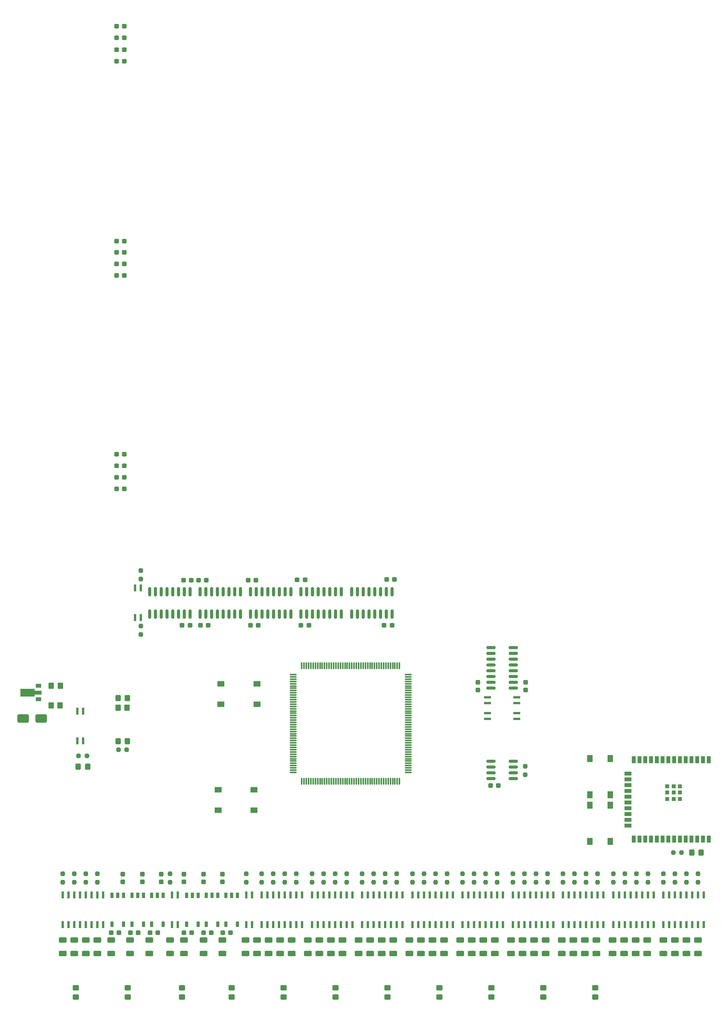
<source format=gbr>
%TF.GenerationSoftware,KiCad,Pcbnew,7.0.10*%
%TF.CreationDate,2024-02-14T22:06:42+09:00*%
%TF.ProjectId,crimping_machine,6372696d-7069-46e6-975f-6d616368696e,rev?*%
%TF.SameCoordinates,Original*%
%TF.FileFunction,Paste,Top*%
%TF.FilePolarity,Positive*%
%FSLAX46Y46*%
G04 Gerber Fmt 4.6, Leading zero omitted, Abs format (unit mm)*
G04 Created by KiCad (PCBNEW 7.0.10) date 2024-02-14 22:06:42*
%MOMM*%
%LPD*%
G01*
G04 APERTURE LIST*
G04 Aperture macros list*
%AMRoundRect*
0 Rectangle with rounded corners*
0 $1 Rounding radius*
0 $2 $3 $4 $5 $6 $7 $8 $9 X,Y pos of 4 corners*
0 Add a 4 corners polygon primitive as box body*
4,1,4,$2,$3,$4,$5,$6,$7,$8,$9,$2,$3,0*
0 Add four circle primitives for the rounded corners*
1,1,$1+$1,$2,$3*
1,1,$1+$1,$4,$5*
1,1,$1+$1,$6,$7*
1,1,$1+$1,$8,$9*
0 Add four rect primitives between the rounded corners*
20,1,$1+$1,$2,$3,$4,$5,0*
20,1,$1+$1,$4,$5,$6,$7,0*
20,1,$1+$1,$6,$7,$8,$9,0*
20,1,$1+$1,$8,$9,$2,$3,0*%
%AMFreePoly0*
4,1,9,3.862500,-0.866500,0.737500,-0.866500,0.737500,-0.450000,-0.737500,-0.450000,-0.737500,0.450000,0.737500,0.450000,0.737500,0.866500,3.862500,0.866500,3.862500,-0.866500,3.862500,-0.866500,$1*%
G04 Aperture macros list end*
%ADD10RoundRect,0.250000X-0.625000X0.312500X-0.625000X-0.312500X0.625000X-0.312500X0.625000X0.312500X0*%
%ADD11RoundRect,0.250000X0.450000X-0.325000X0.450000X0.325000X-0.450000X0.325000X-0.450000X-0.325000X0*%
%ADD12RoundRect,0.237500X-0.300000X-0.237500X0.300000X-0.237500X0.300000X0.237500X-0.300000X0.237500X0*%
%ADD13RoundRect,0.237500X0.237500X-0.250000X0.237500X0.250000X-0.237500X0.250000X-0.237500X-0.250000X0*%
%ADD14RoundRect,0.250000X0.350000X0.450000X-0.350000X0.450000X-0.350000X-0.450000X0.350000X-0.450000X0*%
%ADD15RoundRect,0.137500X0.137500X-0.662500X0.137500X0.662500X-0.137500X0.662500X-0.137500X-0.662500X0*%
%ADD16RoundRect,0.237500X0.250000X0.237500X-0.250000X0.237500X-0.250000X-0.237500X0.250000X-0.237500X0*%
%ADD17RoundRect,0.237500X0.300000X0.237500X-0.300000X0.237500X-0.300000X-0.237500X0.300000X-0.237500X0*%
%ADD18R,0.800000X1.200000*%
%ADD19RoundRect,0.250000X-0.325000X-0.450000X0.325000X-0.450000X0.325000X0.450000X-0.325000X0.450000X0*%
%ADD20RoundRect,0.250000X-0.350000X-0.450000X0.350000X-0.450000X0.350000X0.450000X-0.350000X0.450000X0*%
%ADD21RoundRect,0.137500X-0.662500X-0.137500X0.662500X-0.137500X0.662500X0.137500X-0.662500X0.137500X0*%
%ADD22RoundRect,0.237500X0.237500X-0.300000X0.237500X0.300000X-0.237500X0.300000X-0.237500X-0.300000X0*%
%ADD23RoundRect,0.237500X-0.237500X0.250000X-0.237500X-0.250000X0.237500X-0.250000X0.237500X0.250000X0*%
%ADD24R,1.300000X0.900000*%
%ADD25FreePoly0,180.000000*%
%ADD26RoundRect,0.237500X-0.237500X0.300000X-0.237500X-0.300000X0.237500X-0.300000X0.237500X0.300000X0*%
%ADD27RoundRect,0.150000X-0.825000X-0.150000X0.825000X-0.150000X0.825000X0.150000X-0.825000X0.150000X0*%
%ADD28RoundRect,0.150000X-0.150000X0.825000X-0.150000X-0.825000X0.150000X-0.825000X0.150000X0.825000X0*%
%ADD29R,0.900000X1.500000*%
%ADD30R,1.500000X0.900000*%
%ADD31R,0.900000X0.900000*%
%ADD32RoundRect,0.150000X0.150000X-0.825000X0.150000X0.825000X-0.150000X0.825000X-0.150000X-0.825000X0*%
%ADD33R,1.550000X1.300000*%
%ADD34RoundRect,0.137500X-0.137500X0.662500X-0.137500X-0.662500X0.137500X-0.662500X0.137500X0.662500X0*%
%ADD35RoundRect,0.250000X-1.000000X-0.650000X1.000000X-0.650000X1.000000X0.650000X-1.000000X0.650000X0*%
%ADD36R,1.300000X1.550000*%
%ADD37RoundRect,0.075000X-0.675000X-0.075000X0.675000X-0.075000X0.675000X0.075000X-0.675000X0.075000X0*%
%ADD38RoundRect,0.075000X-0.075000X-0.675000X0.075000X-0.675000X0.075000X0.675000X-0.075000X0.675000X0*%
%ADD39RoundRect,0.250000X0.325000X0.450000X-0.325000X0.450000X-0.325000X-0.450000X0.325000X-0.450000X0*%
%ADD40RoundRect,0.237500X-0.250000X-0.237500X0.250000X-0.237500X0.250000X0.237500X-0.250000X0.237500X0*%
G04 APERTURE END LIST*
D10*
%TO.C,R48*%
X-431800000Y-138999500D03*
X-431800000Y-141924500D03*
%TD*%
D11*
%TO.C,D2*%
X-487680000Y-151520000D03*
X-487680000Y-149470000D03*
%TD*%
D10*
%TO.C,R54*%
X-423164000Y-138999500D03*
X-423164000Y-141924500D03*
%TD*%
D12*
%TO.C,C40*%
X-487145500Y-137414000D03*
X-485420500Y-137414000D03*
%TD*%
D13*
%TO.C,R75*%
X-395376400Y-126288800D03*
X-395376400Y-124463800D03*
%TD*%
D10*
%TO.C,R80*%
X-387096000Y-138999500D03*
X-387096000Y-141924500D03*
%TD*%
D14*
%TO.C,R26*%
X-487850000Y-87950000D03*
X-489850000Y-87950000D03*
%TD*%
D15*
%TO.C,U10*%
X-436108830Y-135584000D03*
X-434838830Y-135584000D03*
X-433568830Y-135584000D03*
X-432298830Y-135584000D03*
X-431028830Y-135584000D03*
X-429758830Y-135584000D03*
X-428488830Y-135584000D03*
X-427218830Y-135584000D03*
X-427218830Y-129084000D03*
X-428488830Y-129084000D03*
X-429758830Y-129084000D03*
X-431028830Y-129084000D03*
X-432298830Y-129084000D03*
X-433568830Y-129084000D03*
X-434838830Y-129084000D03*
X-436108830Y-129084000D03*
%TD*%
D16*
%TO.C,R100*%
X-365850000Y-119800000D03*
X-367675000Y-119800000D03*
%TD*%
D17*
%TO.C,C35*%
X-458967500Y-69785000D03*
X-460692500Y-69785000D03*
%TD*%
D18*
%TO.C,U34*%
X-486811060Y-135484000D03*
X-484271060Y-135484000D03*
X-484271060Y-129184000D03*
X-485541060Y-129184000D03*
X-486811060Y-129184000D03*
%TD*%
D11*
%TO.C,D4*%
X-464820000Y-151520000D03*
X-464820000Y-149470000D03*
%TD*%
D15*
%TO.C,U31*%
X-461591240Y-135584000D03*
X-460321240Y-135584000D03*
X-460321240Y-129084000D03*
X-461591240Y-129084000D03*
%TD*%
D17*
%TO.C,C27*%
X-448691000Y-59817000D03*
X-450416000Y-59817000D03*
%TD*%
D15*
%TO.C,U11*%
X-425061360Y-135584000D03*
X-423791360Y-135584000D03*
X-422521360Y-135584000D03*
X-421251360Y-135584000D03*
X-419981360Y-135584000D03*
X-418711360Y-135584000D03*
X-417441360Y-135584000D03*
X-416171360Y-135584000D03*
X-416171360Y-129084000D03*
X-417441360Y-129084000D03*
X-418711360Y-129084000D03*
X-419981360Y-129084000D03*
X-421251360Y-129084000D03*
X-422521360Y-129084000D03*
X-423791360Y-129084000D03*
X-425061360Y-129084000D03*
%TD*%
D17*
%TO.C,C55*%
X-488475000Y7050000D03*
X-490200000Y7050000D03*
%TD*%
D13*
%TO.C,R41*%
X-442061600Y-126288800D03*
X-442061600Y-124463800D03*
%TD*%
D11*
%TO.C,D5*%
X-453390000Y-151520000D03*
X-453390000Y-149470000D03*
%TD*%
D10*
%TO.C,R46*%
X-434340000Y-138999500D03*
X-434340000Y-141924500D03*
%TD*%
D11*
%TO.C,D9*%
X-407670000Y-151520000D03*
X-407670000Y-149470000D03*
%TD*%
D19*
%TO.C,D15*%
X-489852500Y-85800000D03*
X-487802500Y-85800000D03*
%TD*%
D20*
%TO.C,R24*%
X-504550000Y-83100000D03*
X-502550000Y-83100000D03*
%TD*%
D13*
%TO.C,R53*%
X-425043600Y-126288800D03*
X-425043600Y-124463800D03*
%TD*%
D10*
%TO.C,R19*%
X-482981000Y-138999500D03*
X-482981000Y-141924500D03*
%TD*%
%TO.C,R21*%
X-466852000Y-138999500D03*
X-466852000Y-141924500D03*
%TD*%
D21*
%TO.C,U41*%
X-408583200Y-89154000D03*
X-408583200Y-90424000D03*
X-402083200Y-90424000D03*
X-402083200Y-89154000D03*
%TD*%
D10*
%TO.C,R60*%
X-414528000Y-138999500D03*
X-414528000Y-141924500D03*
%TD*%
%TO.C,R76*%
X-392176000Y-138999500D03*
X-392176000Y-141924500D03*
%TD*%
D22*
%TO.C,C24*%
X-400177000Y-84068000D03*
X-400177000Y-82343000D03*
%TD*%
D23*
%TO.C,R1*%
X-400253200Y-100816400D03*
X-400253200Y-102641400D03*
%TD*%
D24*
%TO.C,Q1*%
X-507360000Y-86110000D03*
D25*
X-507447500Y-84610000D03*
D24*
X-507360000Y-83110000D03*
%TD*%
D15*
%TO.C,U13*%
X-402966420Y-135584000D03*
X-401696420Y-135584000D03*
X-400426420Y-135584000D03*
X-399156420Y-135584000D03*
X-397886420Y-135584000D03*
X-396616420Y-135584000D03*
X-395346420Y-135584000D03*
X-394076420Y-135584000D03*
X-394076420Y-129084000D03*
X-395346420Y-129084000D03*
X-396616420Y-129084000D03*
X-397886420Y-129084000D03*
X-399156420Y-129084000D03*
X-400426420Y-129084000D03*
X-401696420Y-129084000D03*
X-402966420Y-129084000D03*
%TD*%
%TO.C,U8*%
X-458203770Y-135584000D03*
X-456933770Y-135584000D03*
X-455663770Y-135584000D03*
X-454393770Y-135584000D03*
X-453123770Y-135584000D03*
X-451853770Y-135584000D03*
X-450583770Y-135584000D03*
X-449313770Y-135584000D03*
X-449313770Y-129084000D03*
X-450583770Y-129084000D03*
X-451853770Y-129084000D03*
X-453123770Y-129084000D03*
X-454393770Y-129084000D03*
X-455663770Y-129084000D03*
X-456933770Y-129084000D03*
X-458203770Y-129084000D03*
%TD*%
D26*
%TO.C,C38*%
X-480314000Y-124513800D03*
X-480314000Y-126238800D03*
%TD*%
D13*
%TO.C,R67*%
X-406400000Y-126288800D03*
X-406400000Y-124463800D03*
%TD*%
D11*
%TO.C,D10*%
X-396240000Y-151520000D03*
X-396240000Y-149470000D03*
%TD*%
D27*
%TO.C,U4*%
X-407797000Y-99745800D03*
X-407797000Y-101015800D03*
X-407797000Y-102285800D03*
X-407797000Y-103555800D03*
X-402847000Y-103555800D03*
X-402847000Y-102285800D03*
X-402847000Y-101015800D03*
X-402847000Y-99745800D03*
%TD*%
D10*
%TO.C,R98*%
X-362204000Y-138999500D03*
X-362204000Y-141924500D03*
%TD*%
%TO.C,R12*%
X-478409000Y-138999500D03*
X-478409000Y-141924500D03*
%TD*%
D11*
%TO.C,D11*%
X-384810000Y-151520000D03*
X-384810000Y-149470000D03*
%TD*%
D13*
%TO.C,R31*%
X-455676000Y-126288800D03*
X-455676000Y-124463800D03*
%TD*%
D17*
%TO.C,C29*%
X-470016500Y-69785000D03*
X-471741500Y-69785000D03*
%TD*%
D10*
%TO.C,R66*%
X-406908000Y-138999500D03*
X-406908000Y-141924500D03*
%TD*%
D12*
%TO.C,C45*%
X-475334500Y-137414000D03*
X-473609500Y-137414000D03*
%TD*%
D10*
%TO.C,R62*%
X-411988000Y-138999500D03*
X-411988000Y-141924500D03*
%TD*%
%TO.C,R16*%
X-475361000Y-138999500D03*
X-475361000Y-141924500D03*
%TD*%
D13*
%TO.C,R15*%
X-461619600Y-126288800D03*
X-461619600Y-124463800D03*
%TD*%
D28*
%TO.C,U21*%
X-429577500Y-62422000D03*
X-430847500Y-62422000D03*
X-432117500Y-62422000D03*
X-433387500Y-62422000D03*
X-434657500Y-62422000D03*
X-435927500Y-62422000D03*
X-437197500Y-62422000D03*
X-438467500Y-62422000D03*
X-438467500Y-67372000D03*
X-437197500Y-67372000D03*
X-435927500Y-67372000D03*
X-434657500Y-67372000D03*
X-433387500Y-67372000D03*
X-432117500Y-67372000D03*
X-430847500Y-67372000D03*
X-429577500Y-67372000D03*
%TD*%
D13*
%TO.C,R93*%
X-369824000Y-126288800D03*
X-369824000Y-124463800D03*
%TD*%
D10*
%TO.C,R44*%
X-436880000Y-138999500D03*
X-436880000Y-141924500D03*
%TD*%
D18*
%TO.C,U32*%
X-491158530Y-135484000D03*
X-488618530Y-135484000D03*
X-488618530Y-129184000D03*
X-489888530Y-129184000D03*
X-491158530Y-129184000D03*
%TD*%
D10*
%TO.C,R8*%
X-502031000Y-138999500D03*
X-502031000Y-141924500D03*
%TD*%
D13*
%TO.C,R45*%
X-436118000Y-126288800D03*
X-436118000Y-124463800D03*
%TD*%
D15*
%TO.C,U15*%
X-380871480Y-135584000D03*
X-379601480Y-135584000D03*
X-378331480Y-135584000D03*
X-377061480Y-135584000D03*
X-375791480Y-135584000D03*
X-374521480Y-135584000D03*
X-373251480Y-135584000D03*
X-371981480Y-135584000D03*
X-371981480Y-129084000D03*
X-373251480Y-129084000D03*
X-374521480Y-129084000D03*
X-375791480Y-129084000D03*
X-377061480Y-129084000D03*
X-378331480Y-129084000D03*
X-379601480Y-129084000D03*
X-380871480Y-129084000D03*
%TD*%
D13*
%TO.C,R33*%
X-453136000Y-126288800D03*
X-453136000Y-124463800D03*
%TD*%
D10*
%TO.C,R20*%
X-471043000Y-138999500D03*
X-471043000Y-141924500D03*
%TD*%
%TO.C,R50*%
X-429260000Y-138999500D03*
X-429260000Y-141924500D03*
%TD*%
D13*
%TO.C,R63*%
X-411480000Y-126288800D03*
X-411480000Y-124463800D03*
%TD*%
D18*
%TO.C,U35*%
X-482463590Y-135484000D03*
X-479923590Y-135484000D03*
X-479923590Y-129184000D03*
X-481193590Y-129184000D03*
X-482463590Y-129184000D03*
%TD*%
D13*
%TO.C,R65*%
X-408940000Y-126288800D03*
X-408940000Y-124463800D03*
%TD*%
D19*
%TO.C,D14*%
X-489865000Y-95300000D03*
X-487815000Y-95300000D03*
%TD*%
D16*
%TO.C,R25*%
X-487950000Y-97150000D03*
X-489775000Y-97150000D03*
%TD*%
D17*
%TO.C,C58*%
X-488475000Y14550000D03*
X-490200000Y14550000D03*
%TD*%
D18*
%TO.C,U7*%
X-470421180Y-135484000D03*
X-467881180Y-135484000D03*
X-467881180Y-129184000D03*
X-469151180Y-129184000D03*
X-470421180Y-129184000D03*
%TD*%
D13*
%TO.C,R79*%
X-389382000Y-126288800D03*
X-389382000Y-124463800D03*
%TD*%
D26*
%TO.C,C43*%
X-471043000Y-124513800D03*
X-471043000Y-126238800D03*
%TD*%
D29*
%TO.C,U1*%
X-359860000Y-99350000D03*
X-361130000Y-99350000D03*
X-362400000Y-99350000D03*
X-363670000Y-99350000D03*
X-364940000Y-99350000D03*
X-366210000Y-99350000D03*
X-367480000Y-99350000D03*
X-368750000Y-99350000D03*
X-370020000Y-99350000D03*
X-371290000Y-99350000D03*
X-372560000Y-99350000D03*
X-373830000Y-99350000D03*
X-375100000Y-99350000D03*
X-376370000Y-99350000D03*
D30*
X-377620000Y-102390000D03*
X-377620000Y-103660000D03*
X-377620000Y-104930000D03*
X-377620000Y-106200000D03*
X-377620000Y-107470000D03*
X-377620000Y-108740000D03*
X-377620000Y-110010000D03*
X-377620000Y-111280000D03*
X-377620000Y-112550000D03*
X-377620000Y-113820000D03*
D29*
X-376370000Y-116850000D03*
X-375100000Y-116850000D03*
X-373830000Y-116850000D03*
X-372560000Y-116850000D03*
X-371290000Y-116850000D03*
X-370020000Y-116850000D03*
X-368750000Y-116850000D03*
X-367480000Y-116850000D03*
X-366210000Y-116850000D03*
X-364940000Y-116850000D03*
X-363670000Y-116850000D03*
X-362400000Y-116850000D03*
X-361130000Y-116850000D03*
X-359860000Y-116850000D03*
D31*
X-366180000Y-105200000D03*
X-367580000Y-105200000D03*
X-368980000Y-105200000D03*
X-366180000Y-106600000D03*
X-367580000Y-106600000D03*
X-368980000Y-106600000D03*
X-366180000Y-108000000D03*
X-367580000Y-108000000D03*
X-368980000Y-108000000D03*
%TD*%
D17*
%TO.C,C56*%
X-488475000Y9600000D03*
X-490200000Y9600000D03*
%TD*%
D10*
%TO.C,R17*%
X-491363000Y-138999500D03*
X-491363000Y-141924500D03*
%TD*%
D18*
%TO.C,U30*%
X-474768650Y-135484000D03*
X-472228650Y-135484000D03*
X-472228650Y-129184000D03*
X-473498650Y-129184000D03*
X-474768650Y-129184000D03*
%TD*%
D13*
%TO.C,R55*%
X-422503600Y-126288800D03*
X-422503600Y-124463800D03*
%TD*%
D26*
%TO.C,C37*%
X-484505000Y-124513800D03*
X-484505000Y-126238800D03*
%TD*%
D10*
%TO.C,R30*%
X-456692000Y-138999500D03*
X-456692000Y-141924500D03*
%TD*%
%TO.C,R82*%
X-384556000Y-138999500D03*
X-384556000Y-141924500D03*
%TD*%
D32*
%TO.C,U18*%
X-471805000Y-67372000D03*
X-470535000Y-67372000D03*
X-469265000Y-67372000D03*
X-467995000Y-67372000D03*
X-466725000Y-67372000D03*
X-465455000Y-67372000D03*
X-464185000Y-67372000D03*
X-462915000Y-67372000D03*
X-462915000Y-62422000D03*
X-464185000Y-62422000D03*
X-465455000Y-62422000D03*
X-466725000Y-62422000D03*
X-467995000Y-62422000D03*
X-469265000Y-62422000D03*
X-470535000Y-62422000D03*
X-471805000Y-62422000D03*
%TD*%
D33*
%TO.C,SW3*%
X-467850000Y-106000000D03*
X-459900000Y-106000000D03*
X-467850000Y-110500000D03*
X-459900000Y-110500000D03*
%TD*%
D10*
%TO.C,R6*%
X-499491000Y-138999500D03*
X-499491000Y-141924500D03*
%TD*%
D12*
%TO.C,C34*%
X-430731000Y-59752000D03*
X-429006000Y-59752000D03*
%TD*%
D17*
%TO.C,C33*%
X-447865500Y-69785000D03*
X-449590500Y-69785000D03*
%TD*%
%TO.C,C54*%
X-488475000Y-32250000D03*
X-490200000Y-32250000D03*
%TD*%
D27*
%TO.C,U40*%
X-407808200Y-74726800D03*
X-407808200Y-75996800D03*
X-407808200Y-77266800D03*
X-407808200Y-78536800D03*
X-407808200Y-79806800D03*
X-407808200Y-81076800D03*
X-407808200Y-82346800D03*
X-407808200Y-83616800D03*
X-402858200Y-83616800D03*
X-402858200Y-82346800D03*
X-402858200Y-81076800D03*
X-402858200Y-79806800D03*
X-402858200Y-78536800D03*
X-402858200Y-77266800D03*
X-402858200Y-75996800D03*
X-402858200Y-74726800D03*
%TD*%
D10*
%TO.C,R68*%
X-403352000Y-138999500D03*
X-403352000Y-141924500D03*
%TD*%
D17*
%TO.C,C15*%
X-406146000Y-105054400D03*
X-407871000Y-105054400D03*
%TD*%
D10*
%TO.C,R86*%
X-378460000Y-138999500D03*
X-378460000Y-141924500D03*
%TD*%
D13*
%TO.C,R37*%
X-447141600Y-126288800D03*
X-447141600Y-124463800D03*
%TD*%
D34*
%TO.C,U42*%
X-484830000Y-61647000D03*
X-486100000Y-61647000D03*
X-486100000Y-68147000D03*
X-484830000Y-68147000D03*
%TD*%
D28*
%TO.C,U19*%
X-474027500Y-62422000D03*
X-475297500Y-62422000D03*
X-476567500Y-62422000D03*
X-477837500Y-62422000D03*
X-479107500Y-62422000D03*
X-480377500Y-62422000D03*
X-481647500Y-62422000D03*
X-482917500Y-62422000D03*
X-482917500Y-67372000D03*
X-481647500Y-67372000D03*
X-480377500Y-67372000D03*
X-479107500Y-67372000D03*
X-477837500Y-67372000D03*
X-476567500Y-67372000D03*
X-475297500Y-67372000D03*
X-474027500Y-67372000D03*
%TD*%
D14*
%TO.C,R23*%
X-502570000Y-87410000D03*
X-504570000Y-87410000D03*
%TD*%
D13*
%TO.C,R61*%
X-414020000Y-126288800D03*
X-414020000Y-124463800D03*
%TD*%
%TO.C,R81*%
X-386842000Y-126288800D03*
X-386842000Y-124463800D03*
%TD*%
D35*
%TO.C,D12*%
X-510750000Y-90340000D03*
X-506750000Y-90340000D03*
%TD*%
D13*
%TO.C,R57*%
X-419963600Y-126288800D03*
X-419963600Y-124463800D03*
%TD*%
D22*
%TO.C,C23*%
X-410641800Y-84048600D03*
X-410641800Y-82323600D03*
%TD*%
D13*
%TO.C,R59*%
X-417423600Y-126288800D03*
X-417423600Y-124463800D03*
%TD*%
D23*
%TO.C,R102*%
X-484840000Y-70010000D03*
X-484840000Y-71835000D03*
%TD*%
D13*
%TO.C,R11*%
X-494411000Y-126288800D03*
X-494411000Y-124463800D03*
%TD*%
D12*
%TO.C,C30*%
X-475462500Y-59879000D03*
X-473737500Y-59879000D03*
%TD*%
D21*
%TO.C,U38*%
X-408583200Y-85670400D03*
X-408583200Y-86940400D03*
X-402083200Y-86940400D03*
X-402083200Y-85670400D03*
%TD*%
D10*
%TO.C,R78*%
X-389636000Y-138999500D03*
X-389636000Y-141924500D03*
%TD*%
D11*
%TO.C,D3*%
X-475800000Y-151520000D03*
X-475800000Y-149470000D03*
%TD*%
D13*
%TO.C,R43*%
X-439521600Y-126288800D03*
X-439521600Y-124463800D03*
%TD*%
D18*
%TO.C,U33*%
X-466073710Y-135484000D03*
X-463533710Y-135484000D03*
X-463533710Y-129184000D03*
X-464803710Y-129184000D03*
X-466073710Y-129184000D03*
%TD*%
D13*
%TO.C,R85*%
X-380898400Y-126288800D03*
X-380898400Y-124463800D03*
%TD*%
D10*
%TO.C,R58*%
X-418084000Y-138999500D03*
X-418084000Y-141924500D03*
%TD*%
D17*
%TO.C,C52*%
X-488475000Y-37300000D03*
X-490200000Y-37300000D03*
%TD*%
D36*
%TO.C,SW1*%
X-381530000Y-109350000D03*
X-381530000Y-117300000D03*
X-386030000Y-109350000D03*
X-386030000Y-117300000D03*
%TD*%
D10*
%TO.C,R18*%
X-487172000Y-138999500D03*
X-487172000Y-141924500D03*
%TD*%
%TO.C,R70*%
X-400812000Y-138999500D03*
X-400812000Y-141924500D03*
%TD*%
D13*
%TO.C,R29*%
X-458216000Y-126288800D03*
X-458216000Y-124463800D03*
%TD*%
D15*
%TO.C,U12*%
X-414013890Y-135584000D03*
X-412743890Y-135584000D03*
X-411473890Y-135584000D03*
X-410203890Y-135584000D03*
X-408933890Y-135584000D03*
X-407663890Y-135584000D03*
X-406393890Y-135584000D03*
X-405123890Y-135584000D03*
X-405123890Y-129084000D03*
X-406393890Y-129084000D03*
X-407663890Y-129084000D03*
X-408933890Y-129084000D03*
X-410203890Y-129084000D03*
X-411473890Y-129084000D03*
X-412743890Y-129084000D03*
X-414013890Y-129084000D03*
%TD*%
D13*
%TO.C,R71*%
X-400456400Y-126288800D03*
X-400456400Y-124463800D03*
%TD*%
D10*
%TO.C,R92*%
X-369824000Y-138999500D03*
X-369824000Y-141924500D03*
%TD*%
%TO.C,R32*%
X-454152000Y-138999500D03*
X-454152000Y-141924500D03*
%TD*%
D13*
%TO.C,R97*%
X-364744000Y-126288800D03*
X-364744000Y-124463800D03*
%TD*%
D11*
%TO.C,D1*%
X-499110000Y-151520000D03*
X-499110000Y-149470000D03*
%TD*%
D17*
%TO.C,C57*%
X-488475000Y12100000D03*
X-490200000Y12100000D03*
%TD*%
D26*
%TO.C,C36*%
X-488823000Y-124513800D03*
X-488823000Y-126238800D03*
%TD*%
D17*
%TO.C,C60*%
X-488475000Y56700000D03*
X-490200000Y56700000D03*
%TD*%
D32*
%TO.C,U17*%
X-449580000Y-67372000D03*
X-448310000Y-67372000D03*
X-447040000Y-67372000D03*
X-445770000Y-67372000D03*
X-444500000Y-67372000D03*
X-443230000Y-67372000D03*
X-441960000Y-67372000D03*
X-440690000Y-67372000D03*
X-440690000Y-62422000D03*
X-441960000Y-62422000D03*
X-443230000Y-62422000D03*
X-444500000Y-62422000D03*
X-445770000Y-62422000D03*
X-447040000Y-62422000D03*
X-448310000Y-62422000D03*
X-449580000Y-62422000D03*
%TD*%
D17*
%TO.C,C53*%
X-488475000Y-34800000D03*
X-490200000Y-34800000D03*
%TD*%
D12*
%TO.C,C39*%
X-491336500Y-137414000D03*
X-489611500Y-137414000D03*
%TD*%
D11*
%TO.C,D6*%
X-441960000Y-151520000D03*
X-441960000Y-149470000D03*
%TD*%
D10*
%TO.C,R94*%
X-367284000Y-138999500D03*
X-367284000Y-141924500D03*
%TD*%
D33*
%TO.C,SW4*%
X-467225000Y-82700000D03*
X-459275000Y-82700000D03*
X-467225000Y-87200000D03*
X-459275000Y-87200000D03*
%TD*%
D13*
%TO.C,R77*%
X-391922000Y-126288800D03*
X-391922000Y-124463800D03*
%TD*%
D10*
%TO.C,R28*%
X-459232000Y-138999500D03*
X-459232000Y-141924500D03*
%TD*%
D13*
%TO.C,R39*%
X-444601600Y-126288800D03*
X-444601600Y-124463800D03*
%TD*%
%TO.C,R87*%
X-378358400Y-126288800D03*
X-378358400Y-124463800D03*
%TD*%
%TO.C,R35*%
X-450596000Y-126288800D03*
X-450596000Y-124463800D03*
%TD*%
D12*
%TO.C,C41*%
X-482827500Y-137414000D03*
X-481102500Y-137414000D03*
%TD*%
D13*
%TO.C,R7*%
X-499491000Y-126288800D03*
X-499491000Y-124463800D03*
%TD*%
D36*
%TO.C,SW2*%
X-381530000Y-99160000D03*
X-381530000Y-107110000D03*
X-386030000Y-99160000D03*
X-386030000Y-107110000D03*
%TD*%
D13*
%TO.C,R5*%
X-496951000Y-126288800D03*
X-496951000Y-124463800D03*
%TD*%
%TO.C,R69*%
X-402966400Y-126288800D03*
X-402966400Y-124463800D03*
%TD*%
D37*
%TO.C,U2*%
X-451333000Y-80664600D03*
X-451333000Y-81164600D03*
X-451333000Y-81664600D03*
X-451333000Y-82164600D03*
X-451333000Y-82664600D03*
X-451333000Y-83164600D03*
X-451333000Y-83664600D03*
X-451333000Y-84164600D03*
X-451333000Y-84664600D03*
X-451333000Y-85164600D03*
X-451333000Y-85664600D03*
X-451333000Y-86164600D03*
X-451333000Y-86664600D03*
X-451333000Y-87164600D03*
X-451333000Y-87664600D03*
X-451333000Y-88164600D03*
X-451333000Y-88664600D03*
X-451333000Y-89164600D03*
X-451333000Y-89664600D03*
X-451333000Y-90164600D03*
X-451333000Y-90664600D03*
X-451333000Y-91164600D03*
X-451333000Y-91664600D03*
X-451333000Y-92164600D03*
X-451333000Y-92664600D03*
X-451333000Y-93164600D03*
X-451333000Y-93664600D03*
X-451333000Y-94164600D03*
X-451333000Y-94664600D03*
X-451333000Y-95164600D03*
X-451333000Y-95664600D03*
X-451333000Y-96164600D03*
X-451333000Y-96664600D03*
X-451333000Y-97164600D03*
X-451333000Y-97664600D03*
X-451333000Y-98164600D03*
X-451333000Y-98664600D03*
X-451333000Y-99164600D03*
X-451333000Y-99664600D03*
X-451333000Y-100164600D03*
X-451333000Y-100664600D03*
X-451333000Y-101164600D03*
X-451333000Y-101664600D03*
X-451333000Y-102164600D03*
D38*
X-449408000Y-104089600D03*
X-448908000Y-104089600D03*
X-448408000Y-104089600D03*
X-447908000Y-104089600D03*
X-447408000Y-104089600D03*
X-446908000Y-104089600D03*
X-446408000Y-104089600D03*
X-445908000Y-104089600D03*
X-445408000Y-104089600D03*
X-444908000Y-104089600D03*
X-444408000Y-104089600D03*
X-443908000Y-104089600D03*
X-443408000Y-104089600D03*
X-442908000Y-104089600D03*
X-442408000Y-104089600D03*
X-441908000Y-104089600D03*
X-441408000Y-104089600D03*
X-440908000Y-104089600D03*
X-440408000Y-104089600D03*
X-439908000Y-104089600D03*
X-439408000Y-104089600D03*
X-438908000Y-104089600D03*
X-438408000Y-104089600D03*
X-437908000Y-104089600D03*
X-437408000Y-104089600D03*
X-436908000Y-104089600D03*
X-436408000Y-104089600D03*
X-435908000Y-104089600D03*
X-435408000Y-104089600D03*
X-434908000Y-104089600D03*
X-434408000Y-104089600D03*
X-433908000Y-104089600D03*
X-433408000Y-104089600D03*
X-432908000Y-104089600D03*
X-432408000Y-104089600D03*
X-431908000Y-104089600D03*
X-431408000Y-104089600D03*
X-430908000Y-104089600D03*
X-430408000Y-104089600D03*
X-429908000Y-104089600D03*
X-429408000Y-104089600D03*
X-428908000Y-104089600D03*
X-428408000Y-104089600D03*
X-427908000Y-104089600D03*
D37*
X-425983000Y-102164600D03*
X-425983000Y-101664600D03*
X-425983000Y-101164600D03*
X-425983000Y-100664600D03*
X-425983000Y-100164600D03*
X-425983000Y-99664600D03*
X-425983000Y-99164600D03*
X-425983000Y-98664600D03*
X-425983000Y-98164600D03*
X-425983000Y-97664600D03*
X-425983000Y-97164600D03*
X-425983000Y-96664600D03*
X-425983000Y-96164600D03*
X-425983000Y-95664600D03*
X-425983000Y-95164600D03*
X-425983000Y-94664600D03*
X-425983000Y-94164600D03*
X-425983000Y-93664600D03*
X-425983000Y-93164600D03*
X-425983000Y-92664600D03*
X-425983000Y-92164600D03*
X-425983000Y-91664600D03*
X-425983000Y-91164600D03*
X-425983000Y-90664600D03*
X-425983000Y-90164600D03*
X-425983000Y-89664600D03*
X-425983000Y-89164600D03*
X-425983000Y-88664600D03*
X-425983000Y-88164600D03*
X-425983000Y-87664600D03*
X-425983000Y-87164600D03*
X-425983000Y-86664600D03*
X-425983000Y-86164600D03*
X-425983000Y-85664600D03*
X-425983000Y-85164600D03*
X-425983000Y-84664600D03*
X-425983000Y-84164600D03*
X-425983000Y-83664600D03*
X-425983000Y-83164600D03*
X-425983000Y-82664600D03*
X-425983000Y-82164600D03*
X-425983000Y-81664600D03*
X-425983000Y-81164600D03*
X-425983000Y-80664600D03*
D38*
X-427908000Y-78739600D03*
X-428408000Y-78739600D03*
X-428908000Y-78739600D03*
X-429408000Y-78739600D03*
X-429908000Y-78739600D03*
X-430408000Y-78739600D03*
X-430908000Y-78739600D03*
X-431408000Y-78739600D03*
X-431908000Y-78739600D03*
X-432408000Y-78739600D03*
X-432908000Y-78739600D03*
X-433408000Y-78739600D03*
X-433908000Y-78739600D03*
X-434408000Y-78739600D03*
X-434908000Y-78739600D03*
X-435408000Y-78739600D03*
X-435908000Y-78739600D03*
X-436408000Y-78739600D03*
X-436908000Y-78739600D03*
X-437408000Y-78739600D03*
X-437908000Y-78739600D03*
X-438408000Y-78739600D03*
X-438908000Y-78739600D03*
X-439408000Y-78739600D03*
X-439908000Y-78739600D03*
X-440408000Y-78739600D03*
X-440908000Y-78739600D03*
X-441408000Y-78739600D03*
X-441908000Y-78739600D03*
X-442408000Y-78739600D03*
X-442908000Y-78739600D03*
X-443408000Y-78739600D03*
X-443908000Y-78739600D03*
X-444408000Y-78739600D03*
X-444908000Y-78739600D03*
X-445408000Y-78739600D03*
X-445908000Y-78739600D03*
X-446408000Y-78739600D03*
X-446908000Y-78739600D03*
X-447408000Y-78739600D03*
X-447908000Y-78739600D03*
X-448408000Y-78739600D03*
X-448908000Y-78739600D03*
X-449408000Y-78739600D03*
%TD*%
D15*
%TO.C,U16*%
X-369824000Y-135584000D03*
X-368554000Y-135584000D03*
X-367284000Y-135584000D03*
X-366014000Y-135584000D03*
X-364744000Y-135584000D03*
X-363474000Y-135584000D03*
X-362204000Y-135584000D03*
X-360934000Y-135584000D03*
X-360934000Y-129084000D03*
X-362204000Y-129084000D03*
X-363474000Y-129084000D03*
X-364744000Y-129084000D03*
X-366014000Y-129084000D03*
X-367284000Y-129084000D03*
X-368554000Y-129084000D03*
X-369824000Y-129084000D03*
%TD*%
D17*
%TO.C,C61*%
X-488475000Y59250000D03*
X-490200000Y59250000D03*
%TD*%
D13*
%TO.C,R101*%
X-484820000Y-59630000D03*
X-484820000Y-57805000D03*
%TD*%
D10*
%TO.C,R42*%
X-440436000Y-138999500D03*
X-440436000Y-141924500D03*
%TD*%
D13*
%TO.C,R13*%
X-478409000Y-126288800D03*
X-478409000Y-124463800D03*
%TD*%
%TO.C,R47*%
X-433578000Y-126288800D03*
X-433578000Y-124463800D03*
%TD*%
D10*
%TO.C,R84*%
X-381000000Y-138999500D03*
X-381000000Y-141924500D03*
%TD*%
%TO.C,R40*%
X-442976000Y-138999500D03*
X-442976000Y-141924500D03*
%TD*%
D32*
%TO.C,U20*%
X-460692500Y-67372000D03*
X-459422500Y-67372000D03*
X-458152500Y-67372000D03*
X-456882500Y-67372000D03*
X-455612500Y-67372000D03*
X-454342500Y-67372000D03*
X-453072500Y-67372000D03*
X-451802500Y-67372000D03*
X-451802500Y-62422000D03*
X-453072500Y-62422000D03*
X-454342500Y-62422000D03*
X-455612500Y-62422000D03*
X-456882500Y-62422000D03*
X-458152500Y-62422000D03*
X-459422500Y-62422000D03*
X-460692500Y-62422000D03*
%TD*%
D10*
%TO.C,R96*%
X-364744000Y-138999500D03*
X-364744000Y-141924500D03*
%TD*%
%TO.C,R74*%
X-395732000Y-138999500D03*
X-395732000Y-141924500D03*
%TD*%
%TO.C,R56*%
X-420624000Y-138999500D03*
X-420624000Y-141924500D03*
%TD*%
D12*
%TO.C,C31*%
X-475752500Y-69785000D03*
X-474027500Y-69785000D03*
%TD*%
D10*
%TO.C,R38*%
X-445516000Y-138999500D03*
X-445516000Y-141924500D03*
%TD*%
%TO.C,R2*%
X-496951000Y-138999500D03*
X-496951000Y-141924500D03*
%TD*%
%TO.C,R72*%
X-398272000Y-138999500D03*
X-398272000Y-141924500D03*
%TD*%
D19*
%TO.C,D13*%
X-498600000Y-100900000D03*
X-496550000Y-100900000D03*
%TD*%
D13*
%TO.C,R91*%
X-373278400Y-126288800D03*
X-373278400Y-124463800D03*
%TD*%
D17*
%TO.C,C32*%
X-459486000Y-59879000D03*
X-461211000Y-59879000D03*
%TD*%
D15*
%TO.C,U14*%
X-391918950Y-135584000D03*
X-390648950Y-135584000D03*
X-389378950Y-135584000D03*
X-388108950Y-135584000D03*
X-386838950Y-135584000D03*
X-385568950Y-135584000D03*
X-384298950Y-135584000D03*
X-383028950Y-135584000D03*
X-383028950Y-129084000D03*
X-384298950Y-129084000D03*
X-385568950Y-129084000D03*
X-386838950Y-129084000D03*
X-388108950Y-129084000D03*
X-389378950Y-129084000D03*
X-390648950Y-129084000D03*
X-391918950Y-129084000D03*
%TD*%
D17*
%TO.C,C62*%
X-488475000Y61800000D03*
X-490200000Y61800000D03*
%TD*%
D10*
%TO.C,R36*%
X-448056000Y-138999500D03*
X-448056000Y-141924500D03*
%TD*%
D13*
%TO.C,R89*%
X-375818400Y-126288800D03*
X-375818400Y-124463800D03*
%TD*%
D10*
%TO.C,R10*%
X-494411000Y-138999500D03*
X-494411000Y-141924500D03*
%TD*%
D26*
%TO.C,C44*%
X-466852000Y-124513800D03*
X-466852000Y-126238800D03*
%TD*%
D17*
%TO.C,C28*%
X-470408000Y-59879000D03*
X-472133000Y-59879000D03*
%TD*%
D12*
%TO.C,C47*%
X-466825500Y-137414000D03*
X-465100500Y-137414000D03*
%TD*%
D39*
%TO.C,D16*%
X-361550000Y-119800000D03*
X-363600000Y-119800000D03*
%TD*%
D10*
%TO.C,R88*%
X-375920000Y-138999500D03*
X-375920000Y-141924500D03*
%TD*%
D13*
%TO.C,R73*%
X-397916400Y-126288800D03*
X-397916400Y-124463800D03*
%TD*%
%TO.C,R95*%
X-367284000Y-126288800D03*
X-367284000Y-124463800D03*
%TD*%
D15*
%TO.C,U37*%
X-498760000Y-95220000D03*
X-497490000Y-95220000D03*
X-497490000Y-88720000D03*
X-498760000Y-88720000D03*
%TD*%
D10*
%TO.C,R64*%
X-409448000Y-138999500D03*
X-409448000Y-141924500D03*
%TD*%
D15*
%TO.C,U5*%
X-502031000Y-135584000D03*
X-500761000Y-135584000D03*
X-499491000Y-135584000D03*
X-498221000Y-135584000D03*
X-496951000Y-135584000D03*
X-495681000Y-135584000D03*
X-494411000Y-135584000D03*
X-493141000Y-135584000D03*
X-493141000Y-129084000D03*
X-494411000Y-129084000D03*
X-495681000Y-129084000D03*
X-496951000Y-129084000D03*
X-498221000Y-129084000D03*
X-499491000Y-129084000D03*
X-500761000Y-129084000D03*
X-502031000Y-129084000D03*
%TD*%
D26*
%TO.C,C42*%
X-475361000Y-124513800D03*
X-475361000Y-126238800D03*
%TD*%
D15*
%TO.C,U9*%
X-447156300Y-135584000D03*
X-445886300Y-135584000D03*
X-444616300Y-135584000D03*
X-443346300Y-135584000D03*
X-442076300Y-135584000D03*
X-440806300Y-135584000D03*
X-439536300Y-135584000D03*
X-438266300Y-135584000D03*
X-438266300Y-129084000D03*
X-439536300Y-129084000D03*
X-440806300Y-129084000D03*
X-442076300Y-129084000D03*
X-443346300Y-129084000D03*
X-444616300Y-129084000D03*
X-445886300Y-129084000D03*
X-447156300Y-129084000D03*
%TD*%
D11*
%TO.C,D8*%
X-419100000Y-151520000D03*
X-419100000Y-149470000D03*
%TD*%
D13*
%TO.C,R9*%
X-502031000Y-126288800D03*
X-502031000Y-124463800D03*
%TD*%
D10*
%TO.C,R52*%
X-425704000Y-138999500D03*
X-425704000Y-141924500D03*
%TD*%
D13*
%TO.C,R49*%
X-431038000Y-126288800D03*
X-431038000Y-124463800D03*
%TD*%
%TO.C,R83*%
X-384302000Y-126288800D03*
X-384302000Y-124463800D03*
%TD*%
D12*
%TO.C,C16*%
X-431302500Y-69785000D03*
X-429577500Y-69785000D03*
%TD*%
D13*
%TO.C,R51*%
X-428498000Y-126288800D03*
X-428498000Y-124463800D03*
%TD*%
D12*
%TO.C,C46*%
X-471016500Y-137414000D03*
X-469291500Y-137414000D03*
%TD*%
D10*
%TO.C,R90*%
X-373380000Y-138999500D03*
X-373380000Y-141924500D03*
%TD*%
%TO.C,R34*%
X-451612000Y-138999500D03*
X-451612000Y-141924500D03*
%TD*%
%TO.C,R14*%
X-461772000Y-138999500D03*
X-461772000Y-141924500D03*
%TD*%
D13*
%TO.C,R99*%
X-362204000Y-126288800D03*
X-362204000Y-124463800D03*
%TD*%
D40*
%TO.C,R22*%
X-498510000Y-98530000D03*
X-496685000Y-98530000D03*
%TD*%
D15*
%TO.C,U6*%
X-477981120Y-135584000D03*
X-476711120Y-135584000D03*
X-476711120Y-129084000D03*
X-477981120Y-129084000D03*
%TD*%
D17*
%TO.C,C59*%
X-488475000Y54100000D03*
X-490200000Y54100000D03*
%TD*%
%TO.C,C51*%
X-488475000Y-39850000D03*
X-490200000Y-39850000D03*
%TD*%
D11*
%TO.C,D7*%
X-430530000Y-151520000D03*
X-430530000Y-149470000D03*
%TD*%
M02*

</source>
